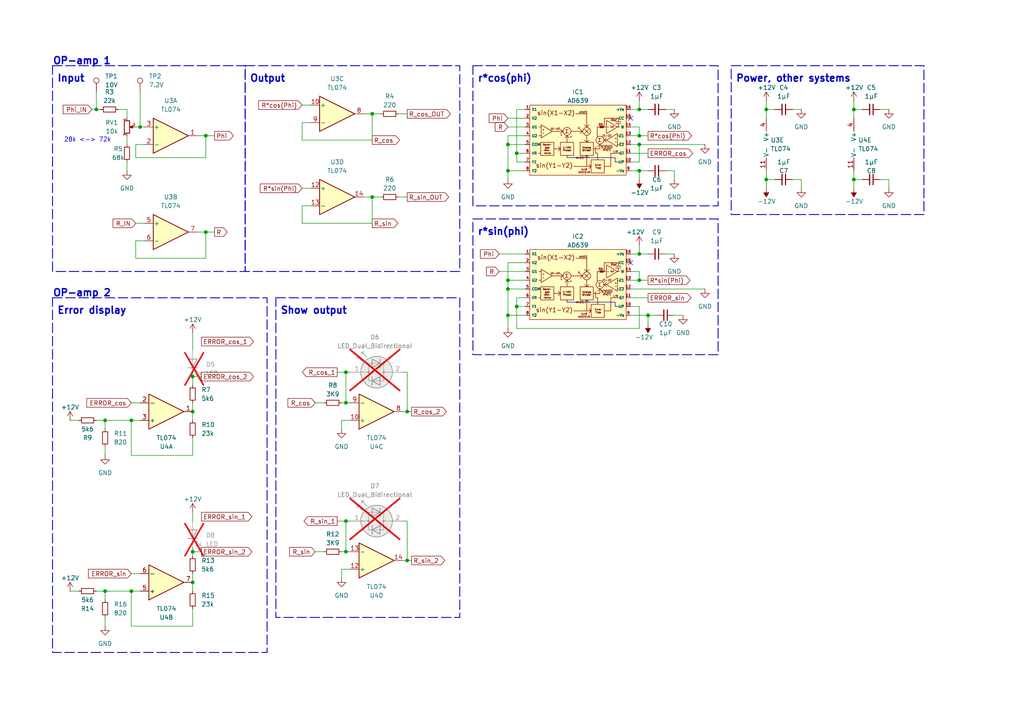
<source format=kicad_sch>
(kicad_sch (version 20231120) (generator "eeschema") (generator_version "8.0")
  (paper "A4")
  (title_block (title "Polar Coordinate Transformator") (date "2024-10-16") (company "Alexander Saal"))
  (lib_symbols
    (symbol "AD639_1"
      (property "Reference" "IC" (at 0 11.43 0))
      (symbol "AD639_1_1_1"
        (text "+" (at -10.033 3.048 0) (effects (font (size 0.508 0.508))))
        (text "+" (at -4.826 1.524 0) (effects (font (size 0.508 0.508))))
        (text "+" (at -2.032 1.016 0) (effects (font (size 0.508 0.508))))
        (text "+" (at 10.922 0.508 0) (effects (font (size 0.508 0.508))))
        (text "-" (at -10.033 2.032 0) (effects (font (size 0.508 0.508))))
        (text "-" (at 10.922 -0.508 0) (effects (font (size 0.508 0.508))))
        (text "- inf" (at 9.398 3.81 0) (effects (font (size 0.508 0.508))))
        (text "1/10V\nPreset" (at -3.175 -2.54 0) (effects (font (size 0.508 0.508))))
        (text "33k" (at 6.604 4.572 0) (effects (font (size 0.508 0.508))))
        (text "35pF" (at 10.414 5.842 0) (effects (font (size 0.508 0.508))))
        (text "Analog\nDivider" (at 2.54 -2.54 0) (effects (font (size 0.508 0.508))))
        (text "Band-\ngap\nrefe-\nrence" (at -8.89 -2.54 0) (effects (font (size 0.508 0.508))))
        (text "Error\nTrap" (at 5.842 -7.62 0) (effects (font (size 0.508 0.508))))
        (text "I/O" (at 10.922 -3.302 0) (effects (font (size 0.508 0.508))))
        (text "sin(X)" (at 1.524 8.128 0) (effects (font (size 0.508 0.508))))
        (text "sin(X1-X2)" (at -6.35 7.874 0) (effects (font (size 1.27 1.27))))
        (text "sin(Y)" (at 0.508 -5.08 0) (effects (font (size 0.508 0.508))))
        (text "sin(Y)" (at 8.382 -2.794 0) (effects (font (size 0.508 0.508))))
        (text "sin(Y1-Y2)" (at -6.858 -7.366 0) (effects (font (size 1.27 1.27))))
        (text "U" (at 0.254 3.556 0) (effects (font (size 0.508 0.508))))
        (text "U*sin(X)" (at 8.382 -1.778 0) (effects (font (size 0.508 0.508))))
        (text "U1-U2" (at -6.604 3.302 0) (effects (font (size 0.508 0.508))))
        (text "U<0\nsin(Y)<0" (at 1.778 -8.89 0) (effects (font (size 0.508 0.508))))
        (text "Z1-Z2" (at 8.382 1.27 0) (effects (font (size 0.508 0.508))))
        (pin input line (at -15.24 8.89 0) (length 1.27) (name "X1") (number "1"))
        (pin bidirectional line (at 15.24 -6.35 180) (length 1.27) (name "UP") (number "10"))
        (pin bidirectional line (at 15.24 -3.81 180) (length 1.27) (name "GT") (number "11"))
        (pin input line (at 15.24 -1.27 180) (length 1.27) (name "Z2") (number "12"))
        (pin input line (at 15.24 1.27 180) (length 1.27) (name "Z1") (number "13"))
        (pin input line (at 15.24 3.81 180) (length 1.27) (name "W") (number "14"))
        (pin input line (at 15.24 6.35 180) (length 1.27) (name "CC") (number "15"))
        (pin input line (at 15.24 8.89 180) (length 1.27) (name "+Vs") (number "16"))
        (pin input line (at -15.24 6.35 0) (length 1.27) (name "X2") (number "2"))
        (pin input line (at -15.24 3.81 0) (length 1.27) (name "U1") (number "3"))
        (pin input line (at -15.24 1.27 0) (length 1.27) (name "U2") (number "4"))
        (pin input line (at -15.24 -1.27 0) (length 1.27) (name "COM") (number "5"))
        (pin input line (at -15.24 -3.81 0) (length 1.27) (name "VR") (number "6"))
        (pin input line (at -15.24 -6.35 0) (length 1.27) (name "Y1") (number "7"))
        (pin input line (at -15.24 -8.89 0) (length 1.27) (name "Y2") (number "8"))
        (pin input line (at 15.24 -8.89 180) (length 1.27) (name "-Vs") (number "9"))
      )
    )
    (symbol "Amplifier_Operational:TL074" (pin_names (offset 0.127))
      (property "Reference" "U" (at 0 5.08 0))
      (property "Value" "TL074" (at 0 -5.08 0))
      (symbol "TL074_1_1"
        (pin output line (at 7.62 0 180) (length 2.54) (name "~") (number "1"))
        (pin input line (at -7.62 -2.54 0) (length 2.54) (name "-") (number "2"))
        (pin input line (at -7.62 2.54 0) (length 2.54) (name "+") (number "3"))
      )
      (symbol "TL074_2_1"
        (pin input line (at -7.62 2.54 0) (length 2.54) (name "+") (number "5"))
        (pin input line (at -7.62 -2.54 0) (length 2.54) (name "-") (number "6"))
        (pin output line (at 7.62 0 180) (length 2.54) (name "~") (number "7"))
      )
      (symbol "TL074_3_1"
        (pin input line (at -7.62 2.54 0) (length 2.54) (name "+") (number "10"))
        (pin output line (at 7.62 0 180) (length 2.54) (name "~") (number "8"))
        (pin input line (at -7.62 -2.54 0) (length 2.54) (name "-") (number "9"))
      )
      (symbol "TL074_4_1"
        (pin input line (at -7.62 2.54 0) (length 2.54) (name "+") (number "12"))
        (pin input line (at -7.62 -2.54 0) (length 2.54) (name "-") (number "13"))
        (pin output line (at 7.62 0 180) (length 2.54) (name "~") (number "14"))
      )
      (symbol "TL074_5_1"
        (pin power_in line (at -2.54 -7.62 90) (length 3.81) (name "V-") (number "11"))
        (pin power_in line (at -2.54 7.62 270) (length 3.81) (name "V+") (number "4"))
      )
    )
    (symbol "Analog_computing:AD639"
      (property "Reference" "IC" (at 0 11.43 0))
      (symbol "AD639_1_1"
        (text "+" (at -10.033 3.048 0) (effects (font (size 0.508 0.508))))
        (text "+" (at -4.826 1.524 0) (effects (font (size 0.508 0.508))))
        (text "+" (at -2.032 1.016 0) (effects (font (size 0.508 0.508))))
        (text "+" (at 10.922 0.508 0) (effects (font (size 0.508 0.508))))
        (text "-" (at -10.033 2.032 0) (effects (font (size 0.508 0.508))))
        (text "-" (at 10.922 -0.508 0) (effects (font (size 0.508 0.508))))
        (text "- inf" (at 9.398 3.81 0) (effects (font (size 0.508 0.508))))
        (text "1/10V\nPreset" (at -3.175 -2.54 0) (effects (font (size 0.508 0.508))))
        (text "33k" (at 6.604 4.572 0) (effects (font (size 0.508 0.508))))
        (text "35pF" (at 10.414 5.842 0) (effects (font (size 0.508 0.508))))
        (text "Analog\nDivider" (at 2.54 -2.54 0) (effects (font (size 0.508 0.508))))
        (text "Band-\ngap\nrefe-\nrence" (at -8.89 -2.54 0) (effects (font (size 0.508 0.508))))
        (text "Error\nTrap" (at 5.842 -7.62 0) (effects (font (size 0.508 0.508))))
        (text "I/O" (at 10.922 -3.302 0) (effects (font (size 0.508 0.508))))
        (text "sin(X)" (at 1.524 8.128 0) (effects (font (size 0.508 0.508))))
        (text "sin(X1-X2)" (at -6.35 7.874 0) (effects (font (size 1.27 1.27))))
        (text "sin(Y)" (at 0.508 -5.08 0) (effects (font (size 0.508 0.508))))
        (text "sin(Y)" (at 8.382 -2.794 0) (effects (font (size 0.508 0.508))))
        (text "sin(Y1-Y2)" (at -6.858 -7.366 0) (effects (font (size 1.27 1.27))))
        (text "U" (at 0.254 3.556 0) (effects (font (size 0.508 0.508))))
        (text "U*sin(X)" (at 8.382 -1.778 0) (effects (font (size 0.508 0.508))))
        (text "U1-U2" (at -6.604 3.302 0) (effects (font (size 0.508 0.508))))
        (text "U<0\nsin(Y)<0" (at 1.778 -8.89 0) (effects (font (size 0.508 0.508))))
        (text "Z1-Z2" (at 8.382 1.27 0) (effects (font (size 0.508 0.508))))
        (pin input line (at -15.24 8.89 0) (length 1.27) (name "X1") (number "1"))
        (pin bidirectional line (at 15.24 -6.35 180) (length 1.27) (name "UP") (number "10"))
        (pin bidirectional line (at 15.24 -3.81 180) (length 1.27) (name "GT") (number "11"))
        (pin input line (at 15.24 -1.27 180) (length 1.27) (name "Z2") (number "12"))
        (pin input line (at 15.24 1.27 180) (length 1.27) (name "Z1") (number "13"))
        (pin input line (at 15.24 3.81 180) (length 1.27) (name "W") (number "14"))
        (pin input line (at 15.24 6.35 180) (length 1.27) (name "CC") (number "15"))
        (pin input line (at 15.24 8.89 180) (length 1.27) (name "+Vs") (number "16"))
        (pin input line (at -15.24 6.35 0) (length 1.27) (name "X2") (number "2"))
        (pin input line (at -15.24 3.81 0) (length 1.27) (name "U1") (number "3"))
        (pin input line (at -15.24 1.27 0) (length 1.27) (name "U2") (number "4"))
        (pin input line (at -15.24 -1.27 0) (length 1.27) (name "COM") (number "5"))
        (pin input line (at -15.24 -3.81 0) (length 1.27) (name "VR") (number "6"))
        (pin input line (at -15.24 -6.35 0) (length 1.27) (name "Y1") (number "7"))
        (pin input line (at -15.24 -8.89 0) (length 1.27) (name "Y2") (number "8"))
        (pin input line (at 15.24 -8.89 180) (length 1.27) (name "-Vs") (number "9"))
      )
    )
    (symbol "Connector:TestPoint" (pin_numbers hide) (pin_names (offset 0.762) hide)
      (property "Reference" "TP" (at 0 6.858 0))
      (property "Value" "TestPoint" (at 0 5.08 0))
      (symbol "TestPoint_1_1"
        (pin passive line (at 0 0 90) (length 2.54) (name "1") (number "1"))
      )
    )
    (symbol "Device:C_Small" (pin_numbers hide) (pin_names (offset 0.254) hide)
      (property "Reference" "C" (at 0.254 1.778 0))
      (property "Value" "C_Small" (at 0.254 -2.032 0))
      (symbol "C_Small_1_1"
        (pin passive line (at 0 2.54 270) (length 2.032) (name "~") (number "1"))
        (pin passive line (at 0 -2.54 90) (length 2.032) (name "~") (number "2"))
      )
    )
    (symbol "Device:LED" (pin_numbers hide) (pin_names (offset 1.016) hide)
      (property "Reference" "D" (at 0 2.54 0))
      (property "Value" "LED" (at 0 -2.54 0))
      (symbol "LED_1_1"
        (pin passive line (at -3.81 0 0) (length 2.54) (name "K") (number "1"))
        (pin passive line (at 3.81 0 180) (length 2.54) (name "A") (number "2"))
      )
    )
    (symbol "Device:LED_Dual_Bidirectional" (pin_names (offset 0) hide)
      (property "Reference" "D" (at 0 5.715 0))
      (property "Value" "LED_Dual_Bidirectional" (at 0 -6.35 0))
      (symbol "LED_Dual_Bidirectional_1_1"
        (pin input line (at 7.62 0 180) (length 3.81) (name "KA") (number "1"))
        (pin input line (at -7.62 0 0) (length 3.048) (name "AK") (number "2"))
      )
    )
    (symbol "Device:R_Potentiometer_Small" (pin_names (offset 1.016) hide)
      (property "Reference" "RV" (at -4.445 0 90))
      (property "Value" "R_Potentiometer_Small" (at -2.54 0 90))
      (symbol "R_Potentiometer_Small_1_1"
        (pin passive line (at 0 2.54 270) (length 0.635) (name "1") (number "1"))
        (pin passive line (at 2.54 0 180) (length 0.9906) (name "2") (number "2"))
        (pin passive line (at 0 -2.54 90) (length 0.635) (name "3") (number "3"))
      )
    )
    (symbol "Device:R_Small" (pin_numbers hide) (pin_names (offset 0.254) hide)
      (property "Reference" "R" (at 0.762 0.508 0))
      (property "Value" "R_Small" (at 0.762 -1.016 0))
      (symbol "R_Small_1_1"
        (pin passive line (at 0 2.54 270) (length 0.762) (name "~") (number "1"))
        (pin passive line (at 0 -2.54 90) (length 0.762) (name "~") (number "2"))
      )
    )
    (symbol "power:+12V" (power) (pin_numbers hide) (pin_names (offset 0) hide)
      (property "Value" "+12V" (at 0 3.556 0))
      (symbol "+12V_1_1"
        (pin power_in line (at 0 0 90) (length 0) (name "~") (number "1"))
      )
    )
    (symbol "power:-12V" (power) (pin_numbers hide) (pin_names (offset 0) hide)
      (property "Value" "-12V" (at 0 3.556 0))
      (symbol "-12V_0_0"
        (pin power_in line (at 0 0 90) (length 0) (name "~") (number "1"))
      )
    )
    (symbol "power:GND" (power) (pin_numbers hide) (pin_names (offset 0) hide)
      (property "Value" "GND" (at 0 -3.81 0))
      (symbol "GND_1_1"
        (pin power_in line (at 0 0 270) (length 0) (name "~") (number "1"))
      )
    )
  )
  (junction (at 185.42 73.66))
  (junction (at 187.96 91.44))
  (junction (at 185.42 49.53))
  (junction (at 247.65 31.75))
  (junction (at 27.94 31.75))
  (junction (at 40.64 36.83))
  (junction (at 55.88 119.38))
  (junction (at 185.42 81.28))
  (junction (at 147.32 83.82))
  (junction (at 100.33 116.84))
  (junction (at 147.32 41.91))
  (junction (at 118.11 119.38))
  (junction (at 100.33 151.13))
  (junction (at 147.32 81.28))
  (junction (at 107.95 33.02))
  (junction (at 147.32 91.44))
  (junction (at 222.25 52.07))
  (junction (at 55.88 160.02))
  (junction (at 30.48 171.45))
  (junction (at 118.11 162.56))
  (junction (at 59.69 39.37))
  (junction (at 149.86 88.9))
  (junction (at 38.1 171.45))
  (junction (at 185.42 31.75))
  (junction (at 100.33 107.95))
  (junction (at 38.1 121.92))
  (junction (at 55.88 109.22))
  (junction (at 30.48 121.92))
  (junction (at 147.32 49.53))
  (junction (at 55.88 168.91))
  (junction (at 100.33 160.02))
  (junction (at 59.69 67.31))
  (junction (at 107.95 57.15))
  (junction (at 149.86 44.45))
  (junction (at 185.42 39.37))
  (junction (at 222.25 31.75))
  (junction (at 185.42 41.91))
  (junction (at 247.65 52.07))
  (no_connect (at 182.88 76.2))
  (no_connect (at 182.88 34.29))
  (wire (pts (xy 87.63 40.64) (xy 107.95 40.64)))
  (wire (pts (xy 152.4 86.36) (xy 149.86 86.36)))
  (wire (pts (xy 152.4 46.99) (xy 149.86 46.99)))
  (wire (pts (xy 222.25 31.75) (xy 224.79 31.75)))
  (wire (pts (xy 222.25 52.07) (xy 224.79 52.07)))
  (wire (pts (xy 118.11 119.38) (xy 119.38 119.38)))
  (wire (pts (xy 55.88 96.52) (xy 55.88 101.6)))
  (wire (pts (xy 247.65 31.75) (xy 247.65 34.29)))
  (wire (pts (xy 100.33 160.02) (xy 101.6 160.02)))
  (wire (pts (xy 57.15 67.31) (xy 59.69 67.31)))
  (wire (pts (xy 30.48 121.92) (xy 38.1 121.92)))
  (wire (pts (xy 36.83 39.37) (xy 36.83 41.91)))
  (wire (pts (xy 182.88 36.83) (xy 185.42 36.83)))
  (wire (pts (xy 30.48 171.45) (xy 38.1 171.45)))
  (wire (pts (xy 149.86 86.36) (xy 149.86 88.9)))
  (wire (pts (xy 107.95 57.15) (xy 110.49 57.15)))
  (wire (pts (xy 152.4 76.2) (xy 147.32 76.2)))
  (wire (pts (xy 147.32 49.53) (xy 147.32 41.91)))
  (wire (pts (xy 87.63 35.56) (xy 87.63 40.64)))
  (wire (pts (xy 40.64 36.83) (xy 41.91 36.83)))
  (wire (pts (xy 185.42 41.91) (xy 204.47 41.91)))
  (wire (pts (xy 185.42 71.12) (xy 185.42 73.66)))
  (wire (pts (xy 147.32 83.82) (xy 147.32 91.44)))
  (wire (pts (xy 100.33 116.84) (xy 100.33 107.95)))
  (wire (pts (xy 185.42 29.21) (xy 185.42 31.75)))
  (wire (pts (xy 247.65 52.07) (xy 250.19 52.07)))
  (wire (pts (xy 187.96 91.44) (xy 187.96 93.98)))
  (wire (pts (xy 27.94 31.75) (xy 29.21 31.75)))
  (wire (pts (xy 147.32 52.07) (xy 147.32 49.53)))
  (wire (pts (xy 57.15 39.37) (xy 59.69 39.37)))
  (wire (pts (xy 87.63 54.61) (xy 90.17 54.61)))
  (wire (pts (xy 195.58 91.44) (xy 198.12 91.44)))
  (wire (pts (xy 27.94 121.92) (xy 30.48 121.92)))
  (wire (pts (xy 152.4 31.75) (xy 149.86 31.75)))
  (wire (pts (xy 38.1 171.45) (xy 38.1 181.61)))
  (wire (pts (xy 147.32 36.83) (xy 152.4 36.83)))
  (wire (pts (xy 182.88 39.37) (xy 185.42 39.37)))
  (wire (pts (xy 39.37 36.83) (xy 40.64 36.83)))
  (wire (pts (xy 185.42 41.91) (xy 185.42 46.99)))
  (wire (pts (xy 59.69 39.37) (xy 62.23 39.37)))
  (wire (pts (xy 147.32 41.91) (xy 147.32 39.37)))
  (wire (pts (xy 38.1 132.08) (xy 38.1 121.92)))
  (wire (pts (xy 115.57 57.15) (xy 118.11 57.15)))
  (wire (pts (xy 193.04 31.75) (xy 195.58 31.75)))
  (wire (pts (xy 187.96 91.44) (xy 190.5 91.44)))
  (wire (pts (xy 147.32 39.37) (xy 152.4 39.37)))
  (wire (pts (xy 100.33 151.13) (xy 100.33 160.02)))
  (wire (pts (xy 91.44 116.84) (xy 93.98 116.84)))
  (wire (pts (xy 229.87 31.75) (xy 232.41 31.75)))
  (wire (pts (xy 149.86 44.45) (xy 152.4 44.45)))
  (wire (pts (xy 87.63 59.69) (xy 87.63 64.77)))
  (wire (pts (xy 116.84 107.95) (xy 118.11 107.95)))
  (wire (pts (xy 182.88 81.28) (xy 185.42 81.28)))
  (wire (pts (xy 39.37 74.93) (xy 59.69 74.93)))
  (wire (pts (xy 255.27 31.75) (xy 257.81 31.75)))
  (wire (pts (xy 116.84 119.38) (xy 118.11 119.38)))
  (wire (pts (xy 30.48 171.45) (xy 30.48 173.99)))
  (wire (pts (xy 182.88 86.36) (xy 187.96 86.36)))
  (wire (pts (xy 147.32 76.2) (xy 147.32 81.28)))
  (wire (pts (xy 182.88 49.53) (xy 185.42 49.53)))
  (wire (pts (xy 185.42 49.53) (xy 187.96 49.53)))
  (wire (pts (xy 222.25 29.21) (xy 222.25 31.75)))
  (wire (pts (xy 55.88 168.91) (xy 55.88 171.45)))
  (wire (pts (xy 55.88 158.75) (xy 55.88 160.02)))
  (wire (pts (xy 55.88 160.02) (xy 58.42 160.02)))
  (wire (pts (xy 182.88 91.44) (xy 187.96 91.44)))
  (wire (pts (xy 38.1 116.84) (xy 40.64 116.84)))
  (wire (pts (xy 99.06 160.02) (xy 100.33 160.02)))
  (wire (pts (xy 144.78 78.74) (xy 152.4 78.74)))
  (wire (pts (xy 20.32 121.92) (xy 22.86 121.92)))
  (wire (pts (xy 99.06 116.84) (xy 100.33 116.84)))
  (wire (pts (xy 34.29 31.75) (xy 36.83 31.75)))
  (wire (pts (xy 152.4 49.53) (xy 147.32 49.53)))
  (wire (pts (xy 55.88 119.38) (xy 55.88 121.92)))
  (wire (pts (xy 97.79 151.13) (xy 100.33 151.13)))
  (wire (pts (xy 147.32 91.44) (xy 147.32 95.25)))
  (wire (pts (xy 182.88 44.45) (xy 187.96 44.45)))
  (wire (pts (xy 182.88 78.74) (xy 185.42 78.74)))
  (wire (pts (xy 144.78 73.66) (xy 152.4 73.66)))
  (wire (pts (xy 55.88 109.22) (xy 58.42 109.22)))
  (wire (pts (xy 247.65 29.21) (xy 247.65 31.75)))
  (wire (pts (xy 185.42 78.74) (xy 185.42 81.28)))
  (wire (pts (xy 40.64 26.67) (xy 40.64 36.83)))
  (wire (pts (xy 149.86 31.75) (xy 149.86 44.45)))
  (wire (pts (xy 55.88 176.53) (xy 55.88 181.61)))
  (wire (pts (xy 247.65 49.53) (xy 247.65 52.07)))
  (wire (pts (xy 147.32 34.29) (xy 152.4 34.29)))
  (wire (pts (xy 36.83 46.99) (xy 36.83 49.53)))
  (wire (pts (xy 147.32 81.28) (xy 152.4 81.28)))
  (wire (pts (xy 90.17 59.69) (xy 87.63 59.69)))
  (wire (pts (xy 30.48 179.07) (xy 30.48 181.61)))
  (wire (pts (xy 185.42 81.28) (xy 187.96 81.28)))
  (wire (pts (xy 99.06 167.64) (xy 99.06 165.1)))
  (wire (pts (xy 147.32 41.91) (xy 152.4 41.91)))
  (wire (pts (xy 39.37 41.91) (xy 39.37 45.72)))
  (wire (pts (xy 147.32 81.28) (xy 147.32 83.82)))
  (wire (pts (xy 100.33 107.95) (xy 101.6 107.95)))
  (wire (pts (xy 222.25 49.53) (xy 222.25 52.07)))
  (wire (pts (xy 116.84 162.56) (xy 118.11 162.56)))
  (wire (pts (xy 20.32 171.45) (xy 22.86 171.45)))
  (wire (pts (xy 185.42 88.9) (xy 185.42 95.25)))
  (wire (pts (xy 99.06 165.1) (xy 101.6 165.1)))
  (wire (pts (xy 38.1 166.37) (xy 40.64 166.37)))
  (wire (pts (xy 38.1 171.45) (xy 40.64 171.45)))
  (wire (pts (xy 116.84 151.13) (xy 118.11 151.13)))
  (wire (pts (xy 222.25 52.07) (xy 222.25 54.61)))
  (wire (pts (xy 55.88 127) (xy 55.88 132.08)))
  (wire (pts (xy 185.42 31.75) (xy 187.96 31.75)))
  (wire (pts (xy 39.37 64.77) (xy 41.91 64.77)))
  (wire (pts (xy 97.79 107.95) (xy 100.33 107.95)))
  (wire (pts (xy 107.95 57.15) (xy 105.41 57.15)))
  (wire (pts (xy 27.94 171.45) (xy 30.48 171.45)))
  (wire (pts (xy 118.11 119.38) (xy 118.11 107.95)))
  (wire (pts (xy 105.41 33.02) (xy 107.95 33.02)))
  (wire (pts (xy 222.25 31.75) (xy 222.25 34.29)))
  (wire (pts (xy 91.44 160.02) (xy 93.98 160.02)))
  (wire (pts (xy 182.88 73.66) (xy 185.42 73.66)))
  (wire (pts (xy 41.91 69.85) (xy 39.37 69.85)))
  (wire (pts (xy 55.88 109.22) (xy 55.88 111.76)))
  (wire (pts (xy 87.63 30.48) (xy 90.17 30.48)))
  (wire (pts (xy 182.88 41.91) (xy 185.42 41.91)))
  (wire (pts (xy 149.86 46.99) (xy 149.86 44.45)))
  (wire (pts (xy 107.95 33.02) (xy 110.49 33.02)))
  (wire (pts (xy 55.88 160.02) (xy 55.88 161.29)))
  (wire (pts (xy 55.88 166.37) (xy 55.88 168.91)))
  (wire (pts (xy 152.4 91.44) (xy 147.32 91.44)))
  (wire (pts (xy 195.58 49.53) (xy 195.58 52.07)))
  (wire (pts (xy 100.33 151.13) (xy 101.6 151.13)))
  (wire (pts (xy 38.1 181.61) (xy 55.88 181.61)))
  (wire (pts (xy 107.95 64.77) (xy 107.95 57.15)))
  (wire (pts (xy 182.88 31.75) (xy 185.42 31.75)))
  (wire (pts (xy 39.37 45.72) (xy 59.69 45.72)))
  (wire (pts (xy 99.06 121.92) (xy 99.06 124.46)))
  (wire (pts (xy 26.67 31.75) (xy 27.94 31.75)))
  (wire (pts (xy 59.69 45.72) (xy 59.69 39.37)))
  (wire (pts (xy 41.91 41.91) (xy 39.37 41.91)))
  (wire (pts (xy 257.81 52.07) (xy 257.81 54.61)))
  (wire (pts (xy 55.88 132.08) (xy 38.1 132.08)))
  (wire (pts (xy 36.83 31.75) (xy 36.83 34.29)))
  (wire (pts (xy 247.65 52.07) (xy 247.65 54.61)))
  (wire (pts (xy 193.04 49.53) (xy 195.58 49.53)))
  (wire (pts (xy 101.6 121.92) (xy 99.06 121.92)))
  (wire (pts (xy 232.41 52.07) (xy 232.41 54.61)))
  (wire (pts (xy 87.63 64.77) (xy 107.95 64.77)))
  (wire (pts (xy 59.69 74.93) (xy 59.69 67.31)))
  (wire (pts (xy 149.86 88.9) (xy 152.4 88.9)))
  (wire (pts (xy 27.94 26.67) (xy 27.94 31.75)))
  (wire (pts (xy 247.65 31.75) (xy 250.19 31.75)))
  (wire (pts (xy 185.42 49.53) (xy 185.42 52.07)))
  (wire (pts (xy 100.33 116.84) (xy 101.6 116.84)))
  (wire (pts (xy 182.88 46.99) (xy 185.42 46.99)))
  (wire (pts (xy 38.1 121.92) (xy 40.64 121.92)))
  (wire (pts (xy 90.17 35.56) (xy 87.63 35.56)))
  (wire (pts (xy 39.37 69.85) (xy 39.37 74.93)))
  (wire (pts (xy 185.42 73.66) (xy 187.96 73.66)))
  (wire (pts (xy 185.42 39.37) (xy 187.96 39.37)))
  (wire (pts (xy 55.88 148.59) (xy 55.88 151.13)))
  (wire (pts (xy 55.88 116.84) (xy 55.88 119.38)))
  (wire (pts (xy 185.42 95.25) (xy 149.86 95.25)))
  (wire (pts (xy 118.11 162.56) (xy 119.38 162.56)))
  (wire (pts (xy 147.32 83.82) (xy 152.4 83.82)))
  (wire (pts (xy 229.87 52.07) (xy 232.41 52.07)))
  (wire (pts (xy 115.57 33.02) (xy 118.11 33.02)))
  (wire (pts (xy 59.69 67.31) (xy 62.23 67.31)))
  (wire (pts (xy 255.27 52.07) (xy 257.81 52.07)))
  (wire (pts (xy 185.42 39.37) (xy 185.42 36.83)))
  (wire (pts (xy 30.48 129.54) (xy 30.48 132.08)))
  (wire (pts (xy 182.88 83.82) (xy 204.47 83.82)))
  (wire (pts (xy 182.88 88.9) (xy 185.42 88.9)))
  (wire (pts (xy 149.86 95.25) (xy 149.86 88.9)))
  (wire (pts (xy 193.04 73.66) (xy 195.58 73.66)))
  (wire (pts (xy 118.11 151.13) (xy 118.11 162.56)))
  (wire (pts (xy 30.48 121.92) (xy 30.48 124.46)))
  (wire (pts (xy 107.95 40.64) (xy 107.95 33.02)))
  (rectangle (start 212.09 19.05) (end 267.97 62.23) (stroke (width 0.254) (type dash)))
  (rectangle (start 15.24 86.36) (end 77.47 189.23) (stroke (width 0.254) (type dash)))
  (rectangle (start 137.16 19.05) (end 208.28 59.69) (stroke (width 0.254) (type dash)))
  (rectangle (start 15.24 19.05) (end 71.12 78.74) (stroke (width 0.254) (type dash)))
  (rectangle (start 71.12 19.05) (end 133.35 78.74) (stroke (width 0.254) (type dash)))
  (rectangle (start 137.16 63.5) (end 208.28 102.87) (stroke (width 0.254) (type dash)))
  (rectangle (start 80.01 86.36) (end 133.35 179.07) (stroke (width 0.254) (type dash)))
  (text "Power, other systems" (at 213.36 22.86 0) (effects (font (size 2.032 2.032) (thickness 0.4064) (bold yes)) (justify left)))
  (text "r*sin(phi)" (at 138.43 67.31 0) (effects (font (size 2.032 2.032) (thickness 0.4064) (bold yes)) (justify left)))
  (text "Error display" (at 16.51 90.17 0) (effects (font (size 2.032 2.032) (thickness 0.4064) (bold yes)) (justify left)))
  (text "r*cos(phi)" (at 138.43 22.86 0) (effects (font (size 2.032 2.032) (thickness 0.4064) (bold yes)) (justify left)))
  (text "Input" (at 16.51 22.86 0) (effects (font (size 2.032 2.032) (thickness 0.4064) (bold yes)) (justify left)))
  (text "Show output" (at 81.28 90.17 0) (effects (font (size 2.032 2.032) (thickness 0.4064) (bold yes)) (justify left)))
  (text "Output" (at 72.39 22.86 0) (effects (font (size 2.032 2.032) (thickness 0.4064) (bold yes)) (justify left)))
  (text "28k <-> 72k" (at 25.4 40.64 0) (effects (font (size 1.27 1.27))))
  (text "OP-amp 1" (at 15.24 17.78 0) (effects (font (size 2.032 2.032) (thickness 0.4064) (bold yes)) (justify left)))
  (text "OP-amp 2" (at 15.24 85.09 0) (effects (font (size 2.032 2.032) (thickness 0.4064) (bold yes)) (justify left)))
  (global_label "R_cos_2" (shape output) (at 119.38 119.38 0) (property "Intersheetrefs" "${INTERSHEET_REFS}" (effects (hide yes))))
  (global_label "Phi" (shape output) (at 62.23 39.37 0) (property "Intersheetrefs" "${INTERSHEET_REFS}" (effects (hide yes))))
  (global_label "ERROR_sin" (shape output) (at 187.96 86.36 0) (property "Intersheetrefs" "${INTERSHEET_REFS}" (effects (hide yes))))
  (global_label "R" (shape output) (at 62.23 67.31 0) (property "Intersheetrefs" "${INTERSHEET_REFS}" (effects (hide yes))))
  (global_label "R_sin_2" (shape output) (at 119.38 162.56 0) (property "Intersheetrefs" "${INTERSHEET_REFS}" (effects (hide yes))))
  (global_label "ERROR_sin_2" (shape output) (at 58.42 160.02 0) (property "Intersheetrefs" "${INTERSHEET_REFS}" (effects (hide yes))))
  (global_label "R_cos_OUT" (shape output) (at 118.11 33.02 0) (property "Intersheetrefs" "${INTERSHEET_REFS}" (effects (hide yes))))
  (global_label "R_cos" (shape output) (at 107.95 40.64 0) (property "Intersheetrefs" "${INTERSHEET_REFS}" (effects (hide yes))))
  (global_label "R_sin" (shape output) (at 107.95 64.77 0) (property "Intersheetrefs" "${INTERSHEET_REFS}" (effects (hide yes))))
  (global_label "ERROR_cos_2" (shape output) (at 58.42 109.22 0) (property "Intersheetrefs" "${INTERSHEET_REFS}" (effects (hide yes))))
  (global_label "R_cos_1" (shape output) (at 97.79 107.95 180) (property "Intersheetrefs" "${INTERSHEET_REFS}" (effects (hide yes))))
  (global_label "ERROR_cos" (shape output) (at 187.96 44.45 0) (property "Intersheetrefs" "${INTERSHEET_REFS}" (effects (hide yes))))
  (global_label "ERROR_cos" (shape input) (at 38.1 116.84 180) (property "Intersheetrefs" "${INTERSHEET_REFS}" (effects (hide yes))))
  (global_label "R" (shape input) (at 144.78 78.74 180) (property "Intersheetrefs" "${INTERSHEET_REFS}" (effects (hide yes))))
  (global_label "R_sin_OUT" (shape output) (at 118.11 57.15 0) (property "Intersheetrefs" "${INTERSHEET_REFS}" (effects (hide yes))))
  (global_label "Phi_IN" (shape input) (at 26.67 31.75 180) (property "Intersheetrefs" "${INTERSHEET_REFS}" (effects (hide yes))))
  (global_label "Phi" (shape input) (at 147.32 34.29 180) (property "Intersheetrefs" "${INTERSHEET_REFS}" (effects (hide yes))))
  (global_label "ERROR_sin" (shape input) (at 38.1 166.37 180) (property "Intersheetrefs" "${INTERSHEET_REFS}" (effects (hide yes))))
  (global_label "R*cos(Phi)" (shape input) (at 87.63 30.48 180) (property "Intersheetrefs" "${INTERSHEET_REFS}" (effects (hide yes))))
  (global_label "R_cos" (shape input) (at 91.44 116.84 180) (property "Intersheetrefs" "${INTERSHEET_REFS}" (effects (hide yes))))
  (global_label "R" (shape input) (at 147.32 36.83 180) (property "Intersheetrefs" "${INTERSHEET_REFS}" (effects (hide yes))))
  (global_label "R*sin(Phi)" (shape input) (at 87.63 54.61 180) (property "Intersheetrefs" "${INTERSHEET_REFS}" (effects (hide yes))))
  (global_label "ERROR_cos_1" (shape output) (at 58.42 99.06 0) (property "Intersheetrefs" "${INTERSHEET_REFS}" (effects (hide yes))))
  (global_label "ERROR_sin_1" (shape output) (at 58.42 149.86 0) (property "Intersheetrefs" "${INTERSHEET_REFS}" (effects (hide yes))))
  (global_label "R*cos(Phi)" (shape output) (at 187.96 39.37 0) (property "Intersheetrefs" "${INTERSHEET_REFS}" (effects (hide yes))))
  (global_label "R_IN" (shape input) (at 39.37 64.77 180) (property "Intersheetrefs" "${INTERSHEET_REFS}" (effects (hide yes))))
  (global_label "Phi" (shape input) (at 144.78 73.66 180) (property "Intersheetrefs" "${INTERSHEET_REFS}" (effects (hide yes))))
  (global_label "R_sin_1" (shape output) (at 97.79 151.13 180) (property "Intersheetrefs" "${INTERSHEET_REFS}" (effects (hide yes))))
  (global_label "R_sin" (shape input) (at 91.44 160.02 180) (property "Intersheetrefs" "${INTERSHEET_REFS}" (effects (hide yes))))
  (global_label "R*sin(Phi)" (shape output) (at 187.96 81.28 0) (property "Intersheetrefs" "${INTERSHEET_REFS}" (effects (hide yes))))
  (symbol (lib_id "power:+12V") (at 247.65 29.21 0) (unit 1)
    (property "Reference" "#PWR025" (effects (hide yes)))
    (property "Value" "+12V" (at 245.11 25.4 0) (effects (justify left)))
    (property "Description" "Power symbol creates a global label with name \"+12V\"" (effects (hide yes)))
  )
  (symbol (lib_id "Device:R_Small") (at 96.52 116.84 90) (unit 1)
    (property "Reference" "R8" (at 96.52 111.76 90))
    (property "Value" "3K9" (at 96.52 114.3 90))
    (property "Footprint" "Resistor_SMD:R_1206_3216Metric_Pad1.30x1.75mm_HandSolder" (effects (hide yes)))
    (property "Description" "Resistor, small symbol" (effects (hide yes)))
  )
  (symbol (lib_id "power:GND") (at 257.81 31.75 0) (unit 1)
    (property "Reference" "#PWR028" (effects (hide yes)))
    (property "Value" "GND" (at 257.81 36.83 0))
    (property "Description" "Power symbol creates a global label with name \"GND\" , ground" (effects (hide yes)))
  )
  (symbol (lib_id "Amplifier_Operational:TL074") (at 49.53 39.37 0) (unit 1)
    (property "Reference" "U3" (at 49.53 29.21 0))
    (property "Value" "TL074" (at 49.53 31.75 0))
    (property "Footprint" "Package_SO:SOIC-14_3.9x8.7mm_P1.27mm" (effects (hide yes)))
    (property "Datasheet" "http://www.ti.com/lit/ds/symlink/tl071.pdf" (effects (hide yes)))
    (property "Description" "Quad Low-Noise JFET-Input Operational Amplifiers, DIP-14/SOIC-14" (effects (hide yes)))
  )
  (symbol (lib_id "power:GND") (at 147.32 52.07 0) (unit 1)
    (property "Reference" "#PWR031" (effects (hide yes)))
    (property "Value" "GND" (at 147.32 57.15 0))
    (property "Description" "Power symbol creates a global label with name \"GND\" , ground" (effects (hide yes)))
  )
  (symbol (lib_id "Connector:TestPoint") (at 27.94 26.67 0) (unit 1) (in_bom no)
    (property "Reference" "TP1" (at 30.48 22.0979 0) (effects (justify left)))
    (property "Value" "10V" (at 30.48 24.6379 0) (effects (justify left)))
    (property "Footprint" "TestPoint:TestPoint_Pad_D2.0mm" (effects (hide yes)))
    (property "Description" "test point" (effects (hide yes)))
  )
  (symbol (lib_id "power:+12V") (at 20.32 121.92 0) (mirror y) (unit 1)
    (property "Reference" "#PWR045" (effects (hide yes)))
    (property "Value" "+12V" (at 20.32 118.11 0))
    (property "Description" "Power symbol creates a global label with name \"+12V\"" (effects (hide yes)))
  )
  (symbol (lib_id "Device:R_Small") (at 55.88 163.83 180) (unit 1)
    (property "Reference" "R13" (at 58.42 162.5599 0) (effects (justify right)))
    (property "Value" "5k6" (at 58.42 165.0999 0) (effects (justify right)))
    (property "Footprint" "Resistor_SMD:R_1206_3216Metric_Pad1.30x1.75mm_HandSolder" (effects (hide yes)))
    (property "Description" "Resistor, small symbol" (effects (hide yes)))
  )
  (symbol (lib_id "power:GND") (at 30.48 181.61 0) (unit 1)
    (property "Reference" "#PWR051" (effects (hide yes)))
    (property "Value" "GND" (at 30.48 186.69 0))
    (property "Description" "Power symbol creates a global label with name \"GND\" , ground" (effects (hide yes)))
  )
  (symbol (lib_id "Device:R_Small") (at 55.88 114.3 180) (unit 1)
    (property "Reference" "R7" (at 58.42 113.0299 0) (effects (justify right)))
    (property "Value" "5k6" (at 58.42 115.5699 0) (effects (justify right)))
    (property "Footprint" "Resistor_SMD:R_1206_3216Metric_Pad1.30x1.75mm_HandSolder" (effects (hide yes)))
    (property "Description" "Resistor, small symbol" (effects (hide yes)))
  )
  (symbol (lib_id "power:+12V") (at 185.42 29.21 0) (unit 1)
    (property "Reference" "#PWR023" (effects (hide yes)))
    (property "Value" "+12V" (at 182.88 25.4 0) (effects (justify left)))
    (property "Description" "Power symbol creates a global label with name \"+12V\"" (effects (hide yes)))
  )
  (symbol (lib_id "Device:R_Small") (at 55.88 173.99 180) (unit 1)
    (property "Reference" "R15" (at 58.42 172.7199 0) (effects (justify right)))
    (property "Value" "23k" (at 58.42 175.2599 0) (effects (justify right)))
    (property "Footprint" "Resistor_SMD:R_1206_3216Metric_Pad1.30x1.75mm_HandSolder" (effects (hide yes)))
    (property "Description" "Resistor, small symbol" (effects (hide yes)))
  )
  (symbol (lib_id "power:GND") (at 99.06 167.64 0) (unit 1)
    (property "Reference" "#PWR049" (effects (hide yes)))
    (property "Value" "GND" (at 99.06 172.72 0))
    (property "Description" "Power symbol creates a global label with name \"GND\" , ground" (effects (hide yes)))
  )
  (symbol (lib_id "Analog_computing:AD639") (at 167.64 82.55 0) (unit 1)
    (property "Reference" "IC2" (at 167.64 68.58 0))
    (property "Value" "AD639" (at 167.64 71.12 0))
    (property "Footprint" "Package_DIP:DIP-16_W7.62mm_LongPads" (effects (hide yes)))
    (property "Description" "Universal Trigonometric Function Converter - Sine, Cosine, Tangens, and inverse functions" (effects (hide yes)))
  )
  (symbol (lib_id "Device:R_Small") (at 25.4 121.92 270) (mirror x) (unit 1)
    (property "Reference" "R9" (at 25.4 127 90))
    (property "Value" "5k6" (at 25.4 124.46 90))
    (property "Footprint" "Resistor_SMD:R_1206_3216Metric_Pad1.30x1.75mm_HandSolder" (effects (hide yes)))
    (property "Description" "Resistor, small symbol" (effects (hide yes)))
  )
  (symbol (lib_id "Device:R_Small") (at 31.75 31.75 90) (unit 1)
    (property "Reference" "R3" (at 31.75 26.67 90))
    (property "Value" "22k" (at 31.75 29.21 90))
    (property "Footprint" "Resistor_SMD:R_1206_3216Metric_Pad1.30x1.75mm_HandSolder" (effects (hide yes)))
    (property "Description" "Resistor, small symbol" (effects (hide yes)))
  )
  (symbol (lib_id "Device:R_Small") (at 30.48 176.53 180) (unit 1)
    (property "Reference" "R16" (at 33.02 175.2599 0) (effects (justify right)))
    (property "Value" "820" (at 33.02 177.7999 0) (effects (justify right)))
    (property "Footprint" "Resistor_SMD:R_1206_3216Metric_Pad1.30x1.75mm_HandSolder" (effects (hide yes)))
    (property "Description" "Resistor, small symbol" (effects (hide yes)))
  )
  (symbol (lib_id "power:GND") (at 195.58 73.66 0) (unit 1)
    (property "Reference" "#PWR039" (effects (hide yes)))
    (property "Value" "GND" (at 195.58 78.74 0))
    (property "Description" "Power symbol creates a global label with name \"GND\" , ground" (effects (hide yes)))
  )
  (symbol (lib_id "Amplifier_Operational:TL074") (at 109.22 162.56 0) (mirror x) (unit 4)
    (property "Reference" "U4" (at 109.22 172.72 0))
    (property "Value" "TL074" (at 109.22 170.18 0))
    (property "Footprint" "Package_SO:SOIC-14_3.9x8.7mm_P1.27mm" (effects (hide yes)))
    (property "Datasheet" "http://www.ti.com/lit/ds/symlink/tl071.pdf" (effects (hide yes)))
    (property "Description" "Quad Low-Noise JFET-Input Operational Amplifiers, DIP-14/SOIC-14" (effects (hide yes)))
  )
  (symbol (lib_id "power:GND") (at 195.58 52.07 0) (unit 1)
    (property "Reference" "#PWR033" (effects (hide yes)))
    (property "Value" "GND" (at 195.58 57.15 0))
    (property "Description" "Power symbol creates a global label with name \"GND\" , ground" (effects (hide yes)))
  )
  (symbol (lib_id "Device:LED_Dual_Bidirectional") (at 109.22 107.95 0) (mirror y) (unit 1) (exclude_from_sim yes) (in_bom no) (on_board no) (dnp yes)
    (property "Reference" "D6" (at 108.7247 97.79 0))
    (property "Value" "LED_Dual_Bidirectional" (at 108.7247 100.33 0))
    (property "Footprint" "LED_THT:LED_D3.0mm_FlatTop" (effects (hide yes)))
    (property "Description" "Dual LED, bidirectional" (effects (hide yes)))
  )
  (symbol (lib_id "power:GND") (at 204.47 83.82 0) (unit 1)
    (property "Reference" "#PWR040" (effects (hide yes)))
    (property "Value" "GND" (at 204.47 88.9 0))
    (property "Description" "Power symbol creates a global label with name \"GND\" , ground" (effects (hide yes)))
  )
  (symbol (lib_id "Device:R_Small") (at 36.83 44.45 0) (mirror y) (unit 1)
    (property "Reference" "R5" (at 34.29 43.1799 0))
    (property "Value" "68k" (at 34.29 45.7199 0))
    (property "Footprint" "Resistor_SMD:R_1206_3216Metric_Pad1.30x1.75mm_HandSolder" (effects (hide yes)))
    (property "Description" "Resistor, small symbol" (effects (hide yes)))
  )
  (symbol (lib_id "Device:C_Small") (at 227.33 31.75 270) (unit 1)
    (property "Reference" "C4" (at 227.3236 25.4 90))
    (property "Value" "1µF" (at 227.3236 27.94 90))
    (property "Footprint" "Capacitor_SMD:C_1206_3216Metric_Pad1.33x1.80mm_HandSolder" (effects (hide yes)))
    (property "Description" "Unpolarized capacitor, small symbol" (effects (hide yes)))
  )
  (symbol (lib_id "Device:R_Small") (at 113.03 57.15 90) (unit 1)
    (property "Reference" "R6" (at 113.03 52.07 90))
    (property "Value" "220" (at 113.03 54.61 90))
    (property "Footprint" "Resistor_SMD:R_1206_3216Metric_Pad1.30x1.75mm_HandSolder" (effects (hide yes)))
    (property "Description" "Resistor, small symbol" (effects (hide yes)))
  )
  (symbol (lib_id "power:GND") (at 195.58 31.75 0) (unit 1)
    (property "Reference" "#PWR026" (effects (hide yes)))
    (property "Value" "GND" (at 195.58 36.83 0))
    (property "Description" "Power symbol creates a global label with name \"GND\" , ground" (effects (hide yes)))
  )
  (symbol (lib_id "Device:LED") (at 55.88 105.41 90) (unit 1) (exclude_from_sim yes) (in_bom no) (on_board no) (dnp yes)
    (property "Reference" "D5" (at 59.69 105.7274 90) (effects (justify right)))
    (property "Value" "LED" (at 59.69 108.2674 90) (effects (justify right)))
    (property "Footprint" "LED_THT:LED_D3.0mm_FlatTop" (effects (hide yes)))
    (property "Description" "Light emitting diode" (effects (hide yes)))
  )
  (symbol (lib_id "power:+12V") (at 20.32 171.45 0) (mirror y) (unit 1)
    (property "Reference" "#PWR050" (effects (hide yes)))
    (property "Value" "+12V" (at 20.32 167.64 0))
    (property "Description" "Power symbol creates a global label with name \"+12V\"" (effects (hide yes)))
  )
  (symbol (lib_id "Connector:TestPoint") (at 40.64 26.67 0) (unit 1) (in_bom no)
    (property "Reference" "TP2" (at 43.18 22.0979 0) (effects (justify left)))
    (property "Value" "7.2V" (at 43.18 24.6379 0) (effects (justify left)))
    (property "Footprint" "TestPoint:TestPoint_Pad_D2.0mm" (effects (hide yes)))
    (property "Description" "test point" (effects (hide yes)))
  )
  (symbol (lib_id "power:-12V") (at 247.65 54.61 180) (unit 1)
    (property "Reference" "#PWR036" (effects (hide yes)))
    (property "Value" "-12V" (at 245.11 58.42 0) (effects (justify right)))
    (property "Description" "Power symbol creates a global label with name \"-12V\"" (effects (hide yes)))
  )
  (symbol (lib_id "Device:R_Small") (at 30.48 127 180) (unit 1)
    (property "Reference" "R11" (at 33.02 125.7299 0) (effects (justify right)))
    (property "Value" "820" (at 33.02 128.2699 0) (effects (justify right)))
    (property "Footprint" "Resistor_SMD:R_1206_3216Metric_Pad1.30x1.75mm_HandSolder" (effects (hide yes)))
    (property "Description" "Resistor, small symbol" (effects (hide yes)))
  )
  (symbol (lib_id "Device:C_Small") (at 190.5 31.75 270) (unit 1)
    (property "Reference" "C3" (at 190.4936 25.4 90))
    (property "Value" "1µF" (at 190.4936 27.94 90))
    (property "Footprint" "Capacitor_SMD:C_1206_3216Metric_Pad1.33x1.80mm_HandSolder" (effects (hide yes)))
    (property "Description" "Unpolarized capacitor, small symbol" (effects (hide yes)))
  )
  (symbol (lib_id "Amplifier_Operational:TL074") (at 109.22 119.38 0) (mirror x) (unit 3)
    (property "Reference" "U4" (at 109.22 129.54 0))
    (property "Value" "TL074" (at 109.22 127 0))
    (property "Footprint" "Package_SO:SOIC-14_3.9x8.7mm_P1.27mm" (effects (hide yes)))
    (property "Datasheet" "http://www.ti.com/lit/ds/symlink/tl071.pdf" (effects (hide yes)))
    (property "Description" "Quad Low-Noise JFET-Input Operational Amplifiers, DIP-14/SOIC-14" (effects (hide yes)))
  )
  (symbol (lib_id "Device:R_Small") (at 113.03 33.02 90) (unit 1)
    (property "Reference" "R4" (at 113.03 27.94 90))
    (property "Value" "220" (at 113.03 30.48 90))
    (property "Footprint" "Resistor_SMD:R_1206_3216Metric_Pad1.30x1.75mm_HandSolder" (effects (hide yes)))
    (property "Description" "Resistor, small symbol" (effects (hide yes)))
  )
  (symbol (lib_id "Amplifier_Operational:TL074") (at 48.26 168.91 0) (mirror x) (unit 2)
    (property "Reference" "U4" (at 48.26 179.07 0))
    (property "Value" "TL074" (at 48.26 176.53 0))
    (property "Footprint" "Package_SO:SOIC-14_3.9x8.7mm_P1.27mm" (effects (hide yes)))
    (property "Datasheet" "http://www.ti.com/lit/ds/symlink/tl071.pdf" (effects (hide yes)))
    (property "Description" "Quad Low-Noise JFET-Input Operational Amplifiers, DIP-14/SOIC-14" (effects (hide yes)))
  )
  (symbol (lib_id "power:-12V") (at 222.25 54.61 180) (unit 1)
    (property "Reference" "#PWR034" (effects (hide yes)))
    (property "Value" "-12V" (at 219.71 58.42 0) (effects (justify right)))
    (property "Description" "Power symbol creates a global label with name \"-12V\"" (effects (hide yes)))
  )
  (symbol (lib_id "power:GND") (at 232.41 31.75 0) (unit 1)
    (property "Reference" "#PWR027" (effects (hide yes)))
    (property "Value" "GND" (at 232.41 36.83 0))
    (property "Description" "Power symbol creates a global label with name \"GND\" , ground" (effects (hide yes)))
  )
  (symbol (lib_id "Device:C_Small") (at 252.73 31.75 270) (unit 1)
    (property "Reference" "C5" (at 252.7236 25.4 90))
    (property "Value" "1µF" (at 252.7236 27.94 90))
    (property "Footprint" "Capacitor_SMD:C_1206_3216Metric_Pad1.33x1.80mm_HandSolder" (effects (hide yes)))
    (property "Description" "Unpolarized capacitor, small symbol" (effects (hide yes)))
  )
  (symbol (lib_id "power:GND") (at 36.83 49.53 0) (unit 1)
    (property "Reference" "#PWR030" (effects (hide yes)))
    (property "Value" "GND" (at 36.83 54.61 0))
    (property "Description" "Power symbol creates a global label with name \"GND\" , ground" (effects (hide yes)))
  )
  (symbol (lib_id "power:+12V") (at 55.88 96.52 0) (mirror y) (unit 1)
    (property "Reference" "#PWR044" (effects (hide yes)))
    (property "Value" "+12V" (at 55.88 92.71 0))
    (property "Description" "Power symbol creates a global label with name \"+12V\"" (effects (hide yes)))
  )
  (symbol (lib_id "power:GND") (at 198.12 91.44 0) (unit 1)
    (property "Reference" "#PWR041" (effects (hide yes)))
    (property "Value" "GND" (at 198.12 96.52 0))
    (property "Description" "Power symbol creates a global label with name \"GND\" , ground" (effects (hide yes)))
  )
  (symbol (lib_id "power:GND") (at 30.48 132.08 0) (unit 1)
    (property "Reference" "#PWR047" (effects (hide yes)))
    (property "Value" "GND" (at 30.48 137.16 0))
    (property "Description" "Power symbol creates a global label with name \"GND\" , ground" (effects (hide yes)))
  )
  (symbol (lib_id "Device:R_Small") (at 25.4 171.45 270) (mirror x) (unit 1)
    (property "Reference" "R14" (at 25.4 176.53 90))
    (property "Value" "5k6" (at 25.4 173.99 90))
    (property "Footprint" "Resistor_SMD:R_1206_3216Metric_Pad1.30x1.75mm_HandSolder" (effects (hide yes)))
    (property "Description" "Resistor, small symbol" (effects (hide yes)))
  )
  (symbol (lib_id "Amplifier_Operational:TL074") (at 224.79 41.91 0) (unit 5)
    (property "Reference" "U3" (at 223.52 40.6399 0) (effects (justify left)))
    (property "Value" "TL074" (at 223.52 43.1799 0) (effects (justify left)))
    (property "Footprint" "Package_SO:SOIC-14_3.9x8.7mm_P1.27mm" (effects (hide yes)))
    (property "Datasheet" "http://www.ti.com/lit/ds/symlink/tl071.pdf" (effects (hide yes)))
    (property "Description" "Quad Low-Noise JFET-Input Operational Amplifiers, DIP-14/SOIC-14" (effects (hide yes)))
  )
  (symbol (lib_id "power:GND") (at 99.06 124.46 0) (unit 1)
    (property "Reference" "#PWR046" (effects (hide yes)))
    (property "Value" "GND" (at 99.06 129.54 0))
    (property "Description" "Power symbol creates a global label with name \"GND\" , ground" (effects (hide yes)))
  )
  (symbol (lib_id "Device:C_Small") (at 252.73 52.07 270) (unit 1)
    (property "Reference" "C8" (at 252.73 49.53 90))
    (property "Value" "1µF" (at 252.73 46.99 90))
    (property "Footprint" "Capacitor_SMD:C_1206_3216Metric_Pad1.33x1.80mm_HandSolder" (effects (hide yes)))
    (property "Description" "Unpolarized capacitor, small symbol" (effects (hide yes)))
  )
  (symbol (lib_id "power:GND") (at 204.47 41.91 0) (unit 1)
    (property "Reference" "#PWR029" (effects (hide yes)))
    (property "Value" "GND" (at 204.47 46.99 0))
    (property "Description" "Power symbol creates a global label with name \"GND\" , ground" (effects (hide yes)))
  )
  (symbol (lib_id "Amplifier_Operational:TL074") (at 250.19 41.91 0) (unit 5)
    (property "Reference" "U4" (at 248.92 40.6399 0) (effects (justify left)))
    (property "Value" "TL074" (at 248.92 43.1799 0) (effects (justify left)))
    (property "Footprint" "Package_SO:SOIC-14_3.9x8.7mm_P1.27mm" (effects (hide yes)))
    (property "Datasheet" "http://www.ti.com/lit/ds/symlink/tl071.pdf" (effects (hide yes)))
    (property "Description" "Quad Low-Noise JFET-Input Operational Amplifiers, DIP-14/SOIC-14" (effects (hide yes)))
  )
  (symbol (lib_id "Device:C_Small") (at 190.5 73.66 270) (unit 1)
    (property "Reference" "C9" (at 190.4936 67.31 90))
    (property "Value" "1µF" (at 190.4936 69.85 90))
    (property "Footprint" "Capacitor_SMD:C_1206_3216Metric_Pad1.33x1.80mm_HandSolder" (effects (hide yes)))
    (property "Description" "Unpolarized capacitor, small symbol" (effects (hide yes)))
  )
  (symbol (lib_id "Device:R_Small") (at 96.52 160.02 90) (unit 1)
    (property "Reference" "R12" (at 96.52 154.94 90))
    (property "Value" "3K9" (at 96.52 157.48 90))
    (property "Footprint" "Resistor_SMD:R_1206_3216Metric_Pad1.30x1.75mm_HandSolder" (effects (hide yes)))
    (property "Description" "Resistor, small symbol" (effects (hide yes)))
  )
  (symbol (lib_id "Device:R_Potentiometer_Small") (at 36.83 36.83 0) (unit 1)
    (property "Reference" "RV1" (at 34.29 35.5599 0) (effects (justify right)))
    (property "Value" "10k" (at 34.29 38.0999 0) (effects (justify right)))
    (property "Footprint" "Potentiometer_THT:Potentiometer_Bourns_3296W_Vertical" (effects (hide yes)))
    (property "Description" "Potentiometer" (effects (hide yes)))
  )
  (symbol (lib_id "power:-12V") (at 187.96 93.98 180) (unit 1)
    (property "Reference" "#PWR042" (effects (hide yes)))
    (property "Value" "-12V" (at 184.15 97.79 0) (effects (justify right)))
    (property "Description" "Power symbol creates a global label with name \"-12V\"" (effects (hide yes)))
  )
  (symbol (lib_id "power:GND") (at 147.32 95.25 0) (unit 1)
    (property "Reference" "#PWR043" (effects (hide yes)))
    (property "Value" "GND" (at 147.32 100.33 0))
    (property "Description" "Power symbol creates a global label with name \"GND\" , ground" (effects (hide yes)))
  )
  (symbol (lib_id "Device:C_Small") (at 190.5 49.53 90) (unit 1)
    (property "Reference" "C6" (at 190.5 52.07 90))
    (property "Value" "1µF" (at 190.5 54.61 90))
    (property "Footprint" "Capacitor_SMD:C_1206_3216Metric_Pad1.33x1.80mm_HandSolder" (effects (hide yes)))
    (property "Description" "Unpolarized capacitor, small symbol" (effects (hide yes)))
  )
  (symbol (lib_id "Device:C_Small") (at 193.04 91.44 270) (unit 1)
    (property "Reference" "C10" (at 193.04 93.98 90))
    (property "Value" "1µF" (at 193.04 96.52 90))
    (property "Footprint" "Capacitor_SMD:C_1206_3216Metric_Pad1.33x1.80mm_HandSolder" (effects (hide yes)))
    (property "Description" "Unpolarized capacitor, small symbol" (effects (hide yes)))
  )
  (symbol (lib_id "Amplifier_Operational:TL074") (at 48.26 119.38 0) (mirror x) (unit 1)
    (property "Reference" "U4" (at 48.26 129.54 0))
    (property "Value" "TL074" (at 48.26 127 0))
    (property "Footprint" "Package_SO:SOIC-14_3.9x8.7mm_P1.27mm" (effects (hide yes)))
    (property "Datasheet" "http://www.ti.com/lit/ds/symlink/tl071.pdf" (effects (hide yes)))
    (property "Description" "Quad Low-Noise JFET-Input Operational Amplifiers, DIP-14/SOIC-14" (effects (hide yes)))
  )
  (symbol (lib_id "Device:LED_Dual_Bidirectional") (at 109.22 151.13 0) (mirror y) (unit 1) (exclude_from_sim yes) (in_bom no) (on_board no) (dnp yes)
    (property "Reference" "D7" (at 108.7247 140.97 0))
    (property "Value" "LED_Dual_Bidirectional" (at 108.7247 143.51 0))
    (property "Footprint" "LED_THT:LED_D3.0mm_FlatTop" (effects (hide yes)))
    (property "Description" "Dual LED, bidirectional" (effects (hide yes)))
  )
  (symbol (lib_id "power:+12V") (at 222.25 29.21 0) (unit 1)
    (property "Reference" "#PWR024" (effects (hide yes)))
    (property "Value" "+12V" (at 219.71 25.4 0) (effects (justify left)))
    (property "Description" "Power symbol creates a global label with name \"+12V\"" (effects (hide yes)))
  )
  (symbol (lib_id "Amplifier_Operational:TL074") (at 49.53 67.31 0) (unit 2)
    (property "Reference" "U3" (at 49.53 57.15 0))
    (property "Value" "TL074" (at 49.53 59.69 0))
    (property "Footprint" "Package_SO:SOIC-14_3.9x8.7mm_P1.27mm" (effects (hide yes)))
    (property "Datasheet" "http://www.ti.com/lit/ds/symlink/tl071.pdf" (effects (hide yes)))
    (property "Description" "Quad Low-Noise JFET-Input Operational Amplifiers, DIP-14/SOIC-14" (effects (hide yes)))
  )
  (symbol (lib_id "power:GND") (at 232.41 54.61 0) (unit 1)
    (property "Reference" "#PWR035" (effects (hide yes)))
    (property "Value" "GND" (at 232.41 59.69 0))
    (property "Description" "Power symbol creates a global label with name \"GND\" , ground" (effects (hide yes)))
  )
  (symbol (lib_id "power:+12V") (at 185.42 71.12 0) (unit 1)
    (property "Reference" "#PWR038" (effects (hide yes)))
    (property "Value" "+12V" (at 181.61 67.31 0) (effects (justify left)))
    (property "Description" "Power symbol creates a global label with name \"+12V\"" (effects (hide yes)))
  )
  (symbol (lib_name "AD639_1") (lib_id "Analog_computing:AD639") (at 167.64 40.64 0) (unit 1)
    (property "Reference" "IC1" (at 167.6472 26.67 0))
    (property "Value" "AD639" (at 167.6472 29.21 0))
    (property "Footprint" "Package_DIP:DIP-16_W7.62mm_LongPads" (effects (hide yes)))
    (property "Description" "Universal Trigonometric Function Converter - Sine, Cosine, Tangens, and inverse functions" (effects (hide yes)))
  )
  (symbol (lib_id "power:-12V") (at 185.42 52.07 180) (unit 1)
    (property "Reference" "#PWR032" (effects (hide yes)))
    (property "Value" "-12V" (at 182.88 55.88 0) (effects (justify right)))
    (property "Description" "Power symbol creates a global label with name \"-12V\"" (effects (hide yes)))
  )
  (symbol (lib_id "Device:LED") (at 55.88 154.94 90) (unit 1) (exclude_from_sim yes) (in_bom no) (on_board no) (dnp yes)
    (property "Reference" "D8" (at 59.69 155.2574 90) (effects (justify right)))
    (property "Value" "LED" (at 59.69 157.7974 90) (effects (justify right)))
    (property "Footprint" "LED_THT:LED_D3.0mm_FlatTop" (effects (hide yes)))
    (property "Description" "Light emitting diode" (effects (hide yes)))
  )
  (symbol (lib_id "power:GND") (at 257.81 54.61 0) (unit 1)
    (property "Reference" "#PWR037" (effects (hide yes)))
    (property "Value" "GND" (at 257.81 59.69 0))
    (property "Description" "Power symbol creates a global label with name \"GND\" , ground" (effects (hide yes)))
  )
  (symbol (lib_id "power:+12V") (at 55.88 148.59 0) (mirror y) (unit 1)
    (property "Reference" "#PWR048" (effects (hide yes)))
    (property "Value" "+12V" (at 55.88 144.78 0))
    (property "Description" "Power symbol creates a global label with name \"+12V\"" (effects (hide yes)))
  )
  (symbol (lib_id "Device:C_Small") (at 227.33 52.07 270) (unit 1)
    (property "Reference" "C7" (at 227.33 49.53 90))
    (property "Value" "1µF" (at 227.33 46.99 90))
    (property "Footprint" "Capacitor_SMD:C_1206_3216Metric_Pad1.33x1.80mm_HandSolder" (effects (hide yes)))
    (property "Description" "Unpolarized capacitor, small symbol" (effects (hide yes)))
  )
  (symbol (lib_id "Amplifier_Operational:TL074") (at 97.79 57.15 0) (unit 4)
    (property "Reference" "U3" (at 97.79 46.99 0))
    (property "Value" "TL074" (at 97.79 49.53 0))
    (property "Footprint" "Package_SO:SOIC-14_3.9x8.7mm_P1.27mm" (effects (hide yes)))
    (property "Datasheet" "http://www.ti.com/lit/ds/symlink/tl071.pdf" (effects (hide yes)))
    (property "Description" "Quad Low-Noise JFET-Input Operational Amplifiers, DIP-14/SOIC-14" (effects (hide yes)))
  )
  (symbol (lib_id "Device:R_Small") (at 55.88 124.46 180) (unit 1)
    (property "Reference" "R10" (at 58.42 123.1899 0) (effects (justify right)))
    (property "Value" "23k" (at 58.42 125.7299 0) (effects (justify right)))
    (property "Footprint" "Resistor_SMD:R_1206_3216Metric_Pad1.30x1.75mm_HandSolder" (effects (hide yes)))
    (property "Description" "Resistor, small symbol" (effects (hide yes)))
  )
  (symbol (lib_id "Amplifier_Operational:TL074") (at 97.79 33.02 0) (unit 3)
    (property "Reference" "U3" (at 97.79 22.86 0))
    (property "Value" "TL074" (at 97.79 25.4 0))
    (property "Footprint" "Package_SO:SOIC-14_3.9x8.7mm_P1.27mm" (effects (hide yes)))
    (property "Datasheet" "http://www.ti.com/lit/ds/symlink/tl071.pdf" (effects (hide yes)))
    (property "Description" "Quad Low-Noise JFET-Input Operational Amplifiers, DIP-14/SOIC-14" (effects (hide yes)))
  )
)
</source>
